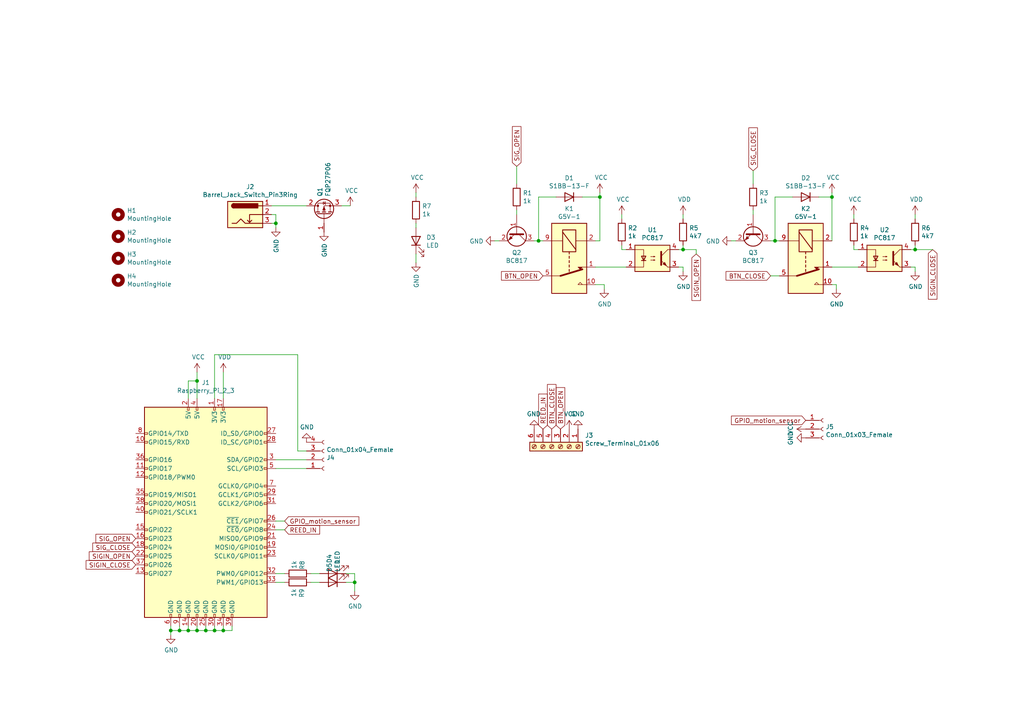
<source format=kicad_sch>
(kicad_sch (version 20230121) (generator eeschema)
  (paper "A4")
  (lib_symbols
    (symbol "Connector:Barrel_Jack_Switch_Pin3Ring" (pin_names hide)
      (property "Reference" "J" (at 0 5.334 0))
      (property "Value" "Barrel_Jack_Switch_Pin3Ring" (at 0 -5.08 0))
      (symbol "Barrel_Jack_Switch_Pin3Ring_0_1"
        (rectangle (start -5.08 3.81) (end 5.08 -3.81) (stroke (width 0.254)) (fill (type background)))
        (arc (start -3.302 3.175) (mid -3.9343 2.54) (end -3.302 1.905) (stroke (width 0.254)))
        (arc (start -3.302 3.175) (mid -3.9343 2.54) (end -3.302 1.905) (stroke (width 0.254)) (fill (type outline)))
        (polyline (pts (xy 1.27 -2.286) (xy 1.905 -1.651)) (stroke (width 0.254)))
        (polyline (pts (xy 5.08 2.54) (xy 3.81 2.54)) (stroke (width 0.254)))
        (polyline (pts (xy 5.08 0) (xy 1.27 0) (xy 1.27 -2.286) (xy 0.635 -1.651)) (stroke (width 0.254)))
        (polyline (pts (xy -3.81 -2.54) (xy -2.54 -2.54) (xy -1.27 -1.27) (xy 0 -2.54) (xy 2.54 -2.54) (xy 5.08 -2.54)) (stroke (width 0.254)))
        (rectangle (start 3.683 3.175) (end -3.302 1.905) (stroke (width 0.254)) (fill (type outline)))
      )
      (symbol "Barrel_Jack_Switch_Pin3Ring_1_1"
        (pin passive line (at 7.62 2.54 180) (length 2.54) (name "~") (number "1"))
        (pin passive line (at 7.62 0 180) (length 2.54) (name "~") (number "2"))
        (pin passive line (at 7.62 -2.54 180) (length 2.54) (name "~") (number "3"))
      )
    )
    (symbol "Connector:Conn_01x03_Female" (pin_names (offset 1.016) hide)
      (property "Reference" "J" (at 0 5.08 0))
      (property "Value" "Conn_01x03_Female" (at 0 -5.08 0))
      (symbol "Conn_01x03_Female_1_1"
        (arc (start 0 -2.032) (mid -0.5058 -2.54) (end 0 -3.048) (stroke (width 0.1524)))
        (polyline (pts (xy -1.27 -2.54) (xy -0.508 -2.54)) (stroke (width 0.1524)))
        (polyline (pts (xy -1.27 0) (xy -0.508 0)) (stroke (width 0.1524)))
        (polyline (pts (xy -1.27 2.54) (xy -0.508 2.54)) (stroke (width 0.1524)))
        (arc (start 0 0.508) (mid -0.5058 0) (end 0 -0.508) (stroke (width 0.1524)))
        (arc (start 0 3.048) (mid -0.5058 2.54) (end 0 2.032) (stroke (width 0.1524)))
        (pin passive line (at -5.08 2.54 0) (length 3.81) (name "Pin_1") (number "1"))
        (pin passive line (at -5.08 0 0) (length 3.81) (name "Pin_2") (number "2"))
        (pin passive line (at -5.08 -2.54 0) (length 3.81) (name "Pin_3") (number "3"))
      )
    )
    (symbol "Connector:Conn_01x04_Female" (pin_names (offset 1.016) hide)
      (property "Reference" "J" (at 0 5.08 0))
      (property "Value" "Conn_01x04_Female" (at 0 -7.62 0))
      (symbol "Conn_01x04_Female_1_1"
        (arc (start 0 -4.572) (mid -0.5058 -5.08) (end 0 -5.588) (stroke (width 0.1524)))
        (arc (start 0 -2.032) (mid -0.5058 -2.54) (end 0 -3.048) (stroke (width 0.1524)))
        (polyline (pts (xy -1.27 -5.08) (xy -0.508 -5.08)) (stroke (width 0.1524)))
        (polyline (pts (xy -1.27 -2.54) (xy -0.508 -2.54)) (stroke (width 0.1524)))
        (polyline (pts (xy -1.27 0) (xy -0.508 0)) (stroke (width 0.1524)))
        (polyline (pts (xy -1.27 2.54) (xy -0.508 2.54)) (stroke (width 0.1524)))
        (arc (start 0 0.508) (mid -0.5058 0) (end 0 -0.508) (stroke (width 0.1524)))
        (arc (start 0 3.048) (mid -0.5058 2.54) (end 0 2.032) (stroke (width 0.1524)))
        (pin passive line (at -5.08 2.54 0) (length 3.81) (name "Pin_1") (number "1"))
        (pin passive line (at -5.08 0 0) (length 3.81) (name "Pin_2") (number "2"))
        (pin passive line (at -5.08 -2.54 0) (length 3.81) (name "Pin_3") (number "3"))
        (pin passive line (at -5.08 -5.08 0) (length 3.81) (name "Pin_4") (number "4"))
      )
    )
    (symbol "Connector:Raspberry_Pi_2_3" (pin_names (offset 1.016))
      (property "Reference" "J" (at -17.78 31.75 0))
      (property "Value" "Raspberry_Pi_2_3" (at 10.16 -31.75 0))
      (symbol "Raspberry_Pi_2_3_0_1"
        (rectangle (start -17.78 30.48) (end 17.78 -30.48) (stroke (width 0.254)) (fill (type background)))
      )
      (symbol "Raspberry_Pi_2_3_1_1"
        (rectangle (start -16.891 -17.526) (end -17.78 -18.034))
        (rectangle (start -16.891 -14.986) (end -17.78 -15.494))
        (rectangle (start -16.891 -12.446) (end -17.78 -12.954))
        (rectangle (start -16.891 -9.906) (end -17.78 -10.414))
        (rectangle (start -16.891 -7.366) (end -17.78 -7.874))
        (rectangle (start -16.891 -4.826) (end -17.78 -5.334))
        (rectangle (start -16.891 0.254) (end -17.78 -0.254))
        (rectangle (start -16.891 2.794) (end -17.78 2.286))
        (rectangle (start -16.891 5.334) (end -17.78 4.826))
        (rectangle (start -16.891 10.414) (end -17.78 9.906))
        (rectangle (start -16.891 12.954) (end -17.78 12.446))
        (rectangle (start -16.891 15.494) (end -17.78 14.986))
        (rectangle (start -16.891 20.574) (end -17.78 20.066))
        (rectangle (start -16.891 23.114) (end -17.78 22.606))
        (rectangle (start -10.414 -29.591) (end -9.906 -30.48))
        (rectangle (start -7.874 -29.591) (end -7.366 -30.48))
        (rectangle (start -5.334 -29.591) (end -4.826 -30.48))
        (rectangle (start -5.334 30.48) (end -4.826 29.591))
        (rectangle (start -2.794 -29.591) (end -2.286 -30.48))
        (rectangle (start -2.794 30.48) (end -2.286 29.591))
        (rectangle (start -0.254 -29.591) (end 0.254 -30.48))
        (rectangle (start 2.286 -29.591) (end 2.794 -30.48))
        (rectangle (start 2.286 30.48) (end 2.794 29.591))
        (rectangle (start 4.826 -29.591) (end 5.334 -30.48))
        (rectangle (start 4.826 30.48) (end 5.334 29.591))
        (rectangle (start 7.366 -29.591) (end 7.874 -30.48))
        (rectangle (start 17.78 -20.066) (end 16.891 -20.574))
        (rectangle (start 17.78 -17.526) (end 16.891 -18.034))
        (rectangle (start 17.78 -12.446) (end 16.891 -12.954))
        (rectangle (start 17.78 -9.906) (end 16.891 -10.414))
        (rectangle (start 17.78 -7.366) (end 16.891 -7.874))
        (rectangle (start 17.78 -4.826) (end 16.891 -5.334))
        (rectangle (start 17.78 -2.286) (end 16.891 -2.794))
        (rectangle (start 17.78 2.794) (end 16.891 2.286))
        (rectangle (start 17.78 5.334) (end 16.891 4.826))
        (rectangle (start 17.78 7.874) (end 16.891 7.366))
        (rectangle (start 17.78 12.954) (end 16.891 12.446))
        (rectangle (start 17.78 15.494) (end 16.891 14.986))
        (rectangle (start 17.78 20.574) (end 16.891 20.066))
        (rectangle (start 17.78 23.114) (end 16.891 22.606))
        (pin power_in line (at 2.54 33.02 270) (length 2.54) (name "3V3") (number "1"))
        (pin bidirectional line (at -20.32 20.32 0) (length 2.54) (name "GPIO15/RXD") (number "10"))
        (pin bidirectional line (at -20.32 12.7 0) (length 2.54) (name "GPIO17") (number "11"))
        (pin bidirectional line (at -20.32 10.16 0) (length 2.54) (name "GPIO18/PWM0") (number "12"))
        (pin bidirectional line (at -20.32 -17.78 0) (length 2.54) (name "GPIO27") (number "13"))
        (pin power_in line (at -5.08 -33.02 90) (length 2.54) (name "GND") (number "14"))
        (pin bidirectional line (at -20.32 -5.08 0) (length 2.54) (name "GPIO22") (number "15"))
        (pin bidirectional line (at -20.32 -7.62 0) (length 2.54) (name "GPIO23") (number "16"))
        (pin power_in line (at 5.08 33.02 270) (length 2.54) (name "3V3") (number "17"))
        (pin bidirectional line (at -20.32 -10.16 0) (length 2.54) (name "GPIO24") (number "18"))
        (pin bidirectional line (at 20.32 -10.16 180) (length 2.54) (name "MOSI0/GPIO10") (number "19"))
        (pin power_in line (at -5.08 33.02 270) (length 2.54) (name "5V") (number "2"))
        (pin power_in line (at -2.54 -33.02 90) (length 2.54) (name "GND") (number "20"))
        (pin bidirectional line (at 20.32 -7.62 180) (length 2.54) (name "MISO0/GPIO9") (number "21"))
        (pin bidirectional line (at -20.32 -12.7 0) (length 2.54) (name "GPIO25") (number "22"))
        (pin bidirectional line (at 20.32 -12.7 180) (length 2.54) (name "SCLK0/GPIO11") (number "23"))
        (pin bidirectional line (at 20.32 -5.08 180) (length 2.54) (name "~{CE0}/GPIO8") (number "24"))
        (pin power_in line (at 0 -33.02 90) (length 2.54) (name "GND") (number "25"))
        (pin bidirectional line (at 20.32 -2.54 180) (length 2.54) (name "~{CE1}/GPIO7") (number "26"))
        (pin bidirectional line (at 20.32 22.86 180) (length 2.54) (name "ID_SD/GPIO0") (number "27"))
        (pin bidirectional line (at 20.32 20.32 180) (length 2.54) (name "ID_SC/GPIO1") (number "28"))
        (pin bidirectional line (at 20.32 5.08 180) (length 2.54) (name "GCLK1/GPIO5") (number "29"))
        (pin bidirectional line (at 20.32 15.24 180) (length 2.54) (name "SDA/GPIO2") (number "3"))
        (pin power_in line (at 2.54 -33.02 90) (length 2.54) (name "GND") (number "30"))
        (pin bidirectional line (at 20.32 2.54 180) (length 2.54) (name "GCLK2/GPIO6") (number "31"))
        (pin bidirectional line (at 20.32 -17.78 180) (length 2.54) (name "PWM0/GPIO12") (number "32"))
        (pin bidirectional line (at 20.32 -20.32 180) (length 2.54) (name "PWM1/GPIO13") (number "33"))
        (pin power_in line (at 5.08 -33.02 90) (length 2.54) (name "GND") (number "34"))
        (pin bidirectional line (at -20.32 5.08 0) (length 2.54) (name "GPIO19/MISO1") (number "35"))
        (pin bidirectional line (at -20.32 15.24 0) (length 2.54) (name "GPIO16") (number "36"))
        (pin bidirectional line (at -20.32 -15.24 0) (length 2.54) (name "GPIO26") (number "37"))
        (pin bidirectional line (at -20.32 2.54 0) (length 2.54) (name "GPIO20/MOSI1") (number "38"))
        (pin power_in line (at 7.62 -33.02 90) (length 2.54) (name "GND") (number "39"))
        (pin power_in line (at -2.54 33.02 270) (length 2.54) (name "5V") (number "4"))
        (pin bidirectional line (at -20.32 0 0) (length 2.54) (name "GPIO21/SCLK1") (number "40"))
        (pin bidirectional line (at 20.32 12.7 180) (length 2.54) (name "SCL/GPIO3") (number "5"))
        (pin power_in line (at -10.16 -33.02 90) (length 2.54) (name "GND") (number "6"))
        (pin bidirectional line (at 20.32 7.62 180) (length 2.54) (name "GCLK0/GPIO4") (number "7"))
        (pin bidirectional line (at -20.32 22.86 0) (length 2.54) (name "GPIO14/TXD") (number "8"))
        (pin power_in line (at -7.62 -33.02 90) (length 2.54) (name "GND") (number "9"))
      )
    )
    (symbol "Connector:Screw_Terminal_01x06" (pin_names (offset 1.016) hide)
      (property "Reference" "J" (at 0 7.62 0))
      (property "Value" "Screw_Terminal_01x06" (at 0 -10.16 0))
      (symbol "Screw_Terminal_01x06_1_1"
        (rectangle (start -1.27 6.35) (end 1.27 -8.89) (stroke (width 0.254)) (fill (type background)))
        (circle (center 0 -7.62) (radius 0.635) (stroke (width 0.1524)))
        (circle (center 0 -5.08) (radius 0.635) (stroke (width 0.1524)))
        (circle (center 0 -2.54) (radius 0.635) (stroke (width 0.1524)))
        (polyline (pts (xy -0.5334 -7.2898) (xy 0.3302 -8.128)) (stroke (width 0.1524)))
        (polyline (pts (xy -0.5334 -4.7498) (xy 0.3302 -5.588)) (stroke (width 0.1524)))
        (polyline (pts (xy -0.5334 -2.2098) (xy 0.3302 -3.048)) (stroke (width 0.1524)))
        (polyline (pts (xy -0.5334 0.3302) (xy 0.3302 -0.508)) (stroke (width 0.1524)))
        (polyline (pts (xy -0.5334 2.8702) (xy 0.3302 2.032)) (stroke (width 0.1524)))
        (polyline (pts (xy -0.5334 5.4102) (xy 0.3302 4.572)) (stroke (width 0.1524)))
        (polyline (pts (xy -0.3556 -7.112) (xy 0.508 -7.9502)) (stroke (width 0.1524)))
        (polyline (pts (xy -0.3556 -4.572) (xy 0.508 -5.4102)) (stroke (width 0.1524)))
        (polyline (pts (xy -0.3556 -2.032) (xy 0.508 -2.8702)) (stroke (width 0.1524)))
        (polyline (pts (xy -0.3556 0.508) (xy 0.508 -0.3302)) (stroke (width 0.1524)))
        (polyline (pts (xy -0.3556 3.048) (xy 0.508 2.2098)) (stroke (width 0.1524)))
        (polyline (pts (xy -0.3556 5.588) (xy 0.508 4.7498)) (stroke (width 0.1524)))
        (circle (center 0 0) (radius 0.635) (stroke (width 0.1524)))
        (circle (center 0 2.54) (radius 0.635) (stroke (width 0.1524)))
        (circle (center 0 5.08) (radius 0.635) (stroke (width 0.1524)))
        (pin passive line (at -5.08 5.08 0) (length 3.81) (name "Pin_1") (number "1"))
        (pin passive line (at -5.08 2.54 0) (length 3.81) (name "Pin_2") (number "2"))
        (pin passive line (at -5.08 0 0) (length 3.81) (name "Pin_3") (number "3"))
        (pin passive line (at -5.08 -2.54 0) (length 3.81) (name "Pin_4") (number "4"))
        (pin passive line (at -5.08 -5.08 0) (length 3.81) (name "Pin_5") (number "5"))
        (pin passive line (at -5.08 -7.62 0) (length 3.81) (name "Pin_6") (number "6"))
      )
    )
    (symbol "Device:D" (pin_numbers hide) (pin_names (offset 1.016) hide)
      (property "Reference" "D" (at 0 2.54 0))
      (property "Value" "D" (at 0 -2.54 0))
      (symbol "D_0_1"
        (polyline (pts (xy -1.27 1.27) (xy -1.27 -1.27)) (stroke (width 0.254)))
        (polyline (pts (xy 1.27 0) (xy -1.27 0)))
        (polyline (pts (xy 1.27 1.27) (xy 1.27 -1.27) (xy -1.27 0) (xy 1.27 1.27)) (stroke (width 0.254)))
      )
      (symbol "D_1_1"
        (pin passive line (at -3.81 0 0) (length 2.54) (name "K") (number "1"))
        (pin passive line (at 3.81 0 180) (length 2.54) (name "A") (number "2"))
      )
    )
    (symbol "Device:LED" (pin_numbers hide) (pin_names (offset 1.016) hide)
      (property "Reference" "D" (at 0 2.54 0))
      (property "Value" "LED" (at 0 -2.54 0))
      (symbol "LED_0_1"
        (polyline (pts (xy -1.27 -1.27) (xy -1.27 1.27)) (stroke (width 0.254)))
        (polyline (pts (xy -1.27 0) (xy 1.27 0)))
        (polyline (pts (xy 1.27 -1.27) (xy 1.27 1.27) (xy -1.27 0) (xy 1.27 -1.27)) (stroke (width 0.254)))
        (polyline (pts (xy -3.048 -0.762) (xy -4.572 -2.286) (xy -3.81 -2.286) (xy -4.572 -2.286) (xy -4.572 -1.524)))
        (polyline (pts (xy -1.778 -0.762) (xy -3.302 -2.286) (xy -2.54 -2.286) (xy -3.302 -2.286) (xy -3.302 -1.524)))
      )
      (symbol "LED_1_1"
        (pin passive line (at -3.81 0 0) (length 2.54) (name "K") (number "1"))
        (pin passive line (at 3.81 0 180) (length 2.54) (name "A") (number "2"))
      )
    )
    (symbol "Device:R" (pin_numbers hide) (pin_names (offset 0))
      (property "Reference" "R" (at 2.032 0 90))
      (property "Value" "R" (at 0 0 90))
      (symbol "R_0_1"
        (rectangle (start -1.016 -2.54) (end 1.016 2.54) (stroke (width 0.254)))
      )
      (symbol "R_1_1"
        (pin passive line (at 0 3.81 270) (length 1.27) (name "~") (number "1"))
        (pin passive line (at 0 -3.81 90) (length 1.27) (name "~") (number "2"))
      )
    )
    (symbol "Isolator:PC817" (pin_names (offset 1.016))
      (property "Reference" "U" (at -5.08 5.08 0))
      (property "Value" "PC817" (at 0 5.08 0))
      (symbol "PC817_0_1"
        (rectangle (start -5.08 3.81) (end 5.08 -3.81) (stroke (width 0.254)) (fill (type background)))
        (polyline (pts (xy -3.175 -0.635) (xy -1.905 -0.635)) (stroke (width 0.254)))
        (polyline (pts (xy 2.54 0.635) (xy 4.445 2.54)))
        (polyline (pts (xy 4.445 -2.54) (xy 2.54 -0.635)) (fill (type outline)))
        (polyline (pts (xy 4.445 -2.54) (xy 5.08 -2.54)))
        (polyline (pts (xy 4.445 2.54) (xy 5.08 2.54)))
        (polyline (pts (xy -5.08 2.54) (xy -2.54 2.54) (xy -2.54 -0.635)))
        (polyline (pts (xy -2.54 -0.635) (xy -2.54 -2.54) (xy -5.08 -2.54)))
        (polyline (pts (xy 2.54 1.905) (xy 2.54 -1.905) (xy 2.54 -1.905)) (stroke (width 0.508)))
        (polyline (pts (xy -2.54 -0.635) (xy -3.175 0.635) (xy -1.905 0.635) (xy -2.54 -0.635)) (stroke (width 0.254)))
        (polyline (pts (xy -0.508 -0.508) (xy 0.762 -0.508) (xy 0.381 -0.635) (xy 0.381 -0.381) (xy 0.762 -0.508)))
        (polyline (pts (xy -0.508 0.508) (xy 0.762 0.508) (xy 0.381 0.381) (xy 0.381 0.635) (xy 0.762 0.508)))
        (polyline (pts (xy 3.048 -1.651) (xy 3.556 -1.143) (xy 4.064 -2.159) (xy 3.048 -1.651) (xy 3.048 -1.651)) (fill (type outline)))
      )
      (symbol "PC817_1_1"
        (pin passive line (at -7.62 2.54 0) (length 2.54) (name "~") (number "1"))
        (pin passive line (at -7.62 -2.54 0) (length 2.54) (name "~") (number "2"))
        (pin passive line (at 7.62 -2.54 180) (length 2.54) (name "~") (number "3"))
        (pin passive line (at 7.62 2.54 180) (length 2.54) (name "~") (number "4"))
      )
    )
    (symbol "Mechanical:MountingHole" (pin_names (offset 1.016))
      (property "Reference" "H" (at 0 5.08 0))
      (property "Value" "MountingHole" (at 0 3.175 0))
      (symbol "MountingHole_0_1"
        (circle (center 0 0) (radius 1.27) (stroke (width 1.27)))
      )
    )
    (symbol "Relay:G5V-1"
      (property "Reference" "K" (at 11.43 3.81 0))
      (property "Value" "G5V-1" (at 11.43 1.27 0))
      (symbol "G5V-1_0_0"
        (polyline (pts (xy 7.62 5.08) (xy 7.62 2.54) (xy 6.985 3.175) (xy 7.62 3.81)))
      )
      (symbol "G5V-1_0_1"
        (rectangle (start -10.16 5.08) (end 10.16 -5.08) (stroke (width 0.254)) (fill (type background)))
        (rectangle (start -8.255 1.905) (end -1.905 -1.905) (stroke (width 0.254)))
        (polyline (pts (xy -7.62 -1.905) (xy -2.54 1.905)) (stroke (width 0.254)))
        (polyline (pts (xy -5.08 -5.08) (xy -5.08 -1.905)))
        (polyline (pts (xy -5.08 5.08) (xy -5.08 1.905)))
        (polyline (pts (xy -1.905 0) (xy -1.27 0)) (stroke (width 0.254)))
        (polyline (pts (xy -0.635 0) (xy 0 0)) (stroke (width 0.254)))
        (polyline (pts (xy 0.635 0) (xy 1.27 0)) (stroke (width 0.254)))
        (polyline (pts (xy 1.905 0) (xy 2.54 0)) (stroke (width 0.254)))
        (polyline (pts (xy 3.175 0) (xy 3.81 0)) (stroke (width 0.254)))
        (polyline (pts (xy 5.08 -2.54) (xy 3.175 3.81)) (stroke (width 0.508)))
        (polyline (pts (xy 5.08 -2.54) (xy 5.08 -5.08)))
        (polyline (pts (xy 2.54 5.08) (xy 2.54 2.54) (xy 3.175 3.175) (xy 2.54 3.81)) (fill (type outline)))
      )
      (symbol "G5V-1_1_1"
        (pin passive line (at 2.54 7.62 270) (length 2.54) (name "~") (number "1"))
        (pin passive line (at 7.62 7.62 270) (length 2.54) (name "~") (number "10"))
        (pin passive line (at -5.08 7.62 270) (length 2.54) (name "~") (number "2"))
        (pin passive line (at 5.08 -7.62 90) (length 2.54) (name "~") (number "5"))
        (pin passive line (at 5.08 -7.62 90) (length 2.54) hide (name "~") (number "6"))
        (pin passive line (at -5.08 -7.62 90) (length 2.54) (name "~") (number "9"))
      )
    )
    (symbol "Transistor_BJT:BC817" (pin_names (offset 0) hide)
      (property "Reference" "Q" (at 5.08 1.905 0))
      (property "Value" "BC817" (at 5.08 0 0))
      (symbol "BC817_0_1"
        (polyline (pts (xy 0.635 0.635) (xy 2.54 2.54)))
        (polyline (pts (xy 0.635 -0.635) (xy 2.54 -2.54) (xy 2.54 -2.54)))
        (polyline (pts (xy 0.635 1.905) (xy 0.635 -1.905) (xy 0.635 -1.905)) (stroke (width 0.508)))
        (polyline (pts (xy 1.27 -1.778) (xy 1.778 -1.27) (xy 2.286 -2.286) (xy 1.27 -1.778) (xy 1.27 -1.778)) (fill (type outline)))
        (circle (center 1.27 0) (radius 2.8194) (stroke (width 0.254)))
      )
      (symbol "BC817_1_1"
        (pin input line (at -5.08 0 0) (length 5.715) (name "B") (number "1"))
        (pin passive line (at 2.54 -5.08 90) (length 2.54) (name "E") (number "2"))
        (pin passive line (at 2.54 5.08 270) (length 2.54) (name "C") (number "3"))
      )
    )
    (symbol "Transistor_FET:FQP27P06" (pin_names hide)
      (property "Reference" "Q" (at 5.08 1.905 0))
      (property "Value" "FQP27P06" (at 5.08 0 0))
      (symbol "FQP27P06_0_1"
        (polyline (pts (xy 0.254 0) (xy -2.54 0)))
        (polyline (pts (xy 0.254 1.905) (xy 0.254 -1.905)) (stroke (width 0.254)))
        (polyline (pts (xy 0.762 -1.27) (xy 0.762 -2.286)) (stroke (width 0.254)))
        (polyline (pts (xy 0.762 0.508) (xy 0.762 -0.508)) (stroke (width 0.254)))
        (polyline (pts (xy 0.762 2.286) (xy 0.762 1.27)) (stroke (width 0.254)))
        (polyline (pts (xy 2.54 2.54) (xy 2.54 1.778)))
        (polyline (pts (xy 2.54 -2.54) (xy 2.54 0) (xy 0.762 0)))
        (polyline (pts (xy 0.762 1.778) (xy 3.302 1.778) (xy 3.302 -1.778) (xy 0.762 -1.778)))
        (polyline (pts (xy 2.286 0) (xy 1.27 0.381) (xy 1.27 -0.381) (xy 2.286 0)) (fill (type outline)))
        (polyline (pts (xy 2.794 -0.508) (xy 2.921 -0.381) (xy 3.683 -0.381) (xy 3.81 -0.254)))
        (polyline (pts (xy 3.302 -0.381) (xy 2.921 0.254) (xy 3.683 0.254) (xy 3.302 -0.381)))
        (circle (center 1.651 0) (radius 2.794) (stroke (width 0.254)))
        (circle (center 2.54 -1.778) (radius 0.254) (fill (type outline)))
        (circle (center 2.54 1.778) (radius 0.254) (fill (type outline)))
      )
      (symbol "FQP27P06_1_1"
        (pin input line (at -5.08 0 0) (length 2.54) (name "G") (number "1"))
        (pin passive line (at 2.54 5.08 270) (length 2.54) (name "D") (number "2"))
        (pin passive line (at 2.54 -5.08 90) (length 2.54) (name "S") (number "3"))
      )
    )
    (symbol "power:GND" (power) (pin_names (offset 0))
      (property "Value" "GND" (at 0 -3.81 0))
      (symbol "GND_0_1"
        (polyline (pts (xy 0 0) (xy 0 -1.27) (xy 1.27 -1.27) (xy 0 -2.54) (xy -1.27 -1.27) (xy 0 -1.27)))
      )
      (symbol "GND_1_1"
        (pin power_in line (at 0 0 270) (length 0) hide (name "GND") (number "1"))
      )
    )
    (symbol "power:VCC" (power) (pin_names (offset 0))
      (property "Value" "VCC" (at 0 3.81 0))
      (symbol "VCC_0_1"
        (polyline (pts (xy -0.762 1.27) (xy 0 2.54)))
        (polyline (pts (xy 0 0) (xy 0 2.54)))
        (polyline (pts (xy 0 2.54) (xy 0.762 1.27)))
      )
      (symbol "VCC_1_1"
        (pin power_in line (at 0 0 90) (length 0) hide (name "VCC") (number "1"))
      )
    )
    (symbol "power:VDD" (power) (pin_names (offset 0))
      (property "Value" "VDD" (at 0 3.81 0))
      (symbol "VDD_0_1"
        (polyline (pts (xy -0.762 1.27) (xy 0 2.54)))
        (polyline (pts (xy 0 0) (xy 0 2.54)))
        (polyline (pts (xy 0 2.54) (xy 0.762 1.27)))
      )
      (symbol "VDD_1_1"
        (pin power_in line (at 0 0 90) (length 0) hide (name "VDD") (number "1"))
      )
    )
  )
  (junction (at 54.61 182.88))
  (junction (at 156.21 69.85))
  (junction (at 62.23 182.88))
  (junction (at 224.79 69.85))
  (junction (at 265.43 72.39))
  (junction (at 64.77 182.88))
  (junction (at 59.69 182.88))
  (junction (at 80.01 64.77))
  (junction (at 241.3 57.15))
  (junction (at 52.07 182.88))
  (junction (at 49.53 182.88))
  (junction (at 198.12 72.39))
  (junction (at 102.87 168.91))
  (junction (at 57.15 182.88))
  (junction (at 173.99 57.15))
  (junction (at 57.15 110.49))
  (wire (pts (xy 78.74 64.77) (xy 80.01 64.77)))
  (wire (pts (xy 144.78 69.85) (xy 143.51 69.85)))
  (wire (pts (xy 80.01 168.91) (xy 82.55 168.91)))
  (wire (pts (xy 49.53 182.88) (xy 49.53 181.61)))
  (wire (pts (xy 201.93 72.39) (xy 201.93 73.66)))
  (wire (pts (xy 247.65 72.39) (xy 247.65 71.12)))
  (wire (pts (xy 64.77 181.61) (xy 64.77 182.88)))
  (wire (pts (xy 223.52 80.01) (xy 226.06 80.01)))
  (wire (pts (xy 180.34 62.23) (xy 180.34 63.5)))
  (wire (pts (xy 241.3 55.88) (xy 241.3 57.15)))
  (wire (pts (xy 264.16 72.39) (xy 265.43 72.39)))
  (wire (pts (xy 223.52 69.85) (xy 224.79 69.85)))
  (wire (pts (xy 99.06 59.69) (xy 101.6 59.69)))
  (wire (pts (xy 161.29 57.15) (xy 156.21 57.15)))
  (wire (pts (xy 198.12 62.23) (xy 198.12 63.5)))
  (wire (pts (xy 86.36 130.81) (xy 88.9 130.81)))
  (wire (pts (xy 218.44 49.53) (xy 218.44 53.34)))
  (wire (pts (xy 180.34 72.39) (xy 181.61 72.39)))
  (wire (pts (xy 52.07 182.88) (xy 54.61 182.88)))
  (wire (pts (xy 67.31 182.88) (xy 67.31 181.61)))
  (wire (pts (xy 154.94 69.85) (xy 156.21 69.85)))
  (wire (pts (xy 180.34 71.12) (xy 180.34 72.39)))
  (wire (pts (xy 265.43 72.39) (xy 270.51 72.39)))
  (wire (pts (xy 62.23 182.88) (xy 64.77 182.88)))
  (wire (pts (xy 102.87 166.37) (xy 102.87 168.91)))
  (wire (pts (xy 62.23 102.87) (xy 62.23 115.57)))
  (wire (pts (xy 196.85 77.47) (xy 198.12 77.47)))
  (wire (pts (xy 168.91 57.15) (xy 173.99 57.15)))
  (wire (pts (xy 64.77 107.95) (xy 64.77 115.57)))
  (wire (pts (xy 247.65 62.23) (xy 247.65 63.5)))
  (wire (pts (xy 241.3 82.55) (xy 242.57 82.55)))
  (wire (pts (xy 224.79 69.85) (xy 226.06 69.85)))
  (wire (pts (xy 80.01 62.23) (xy 80.01 64.77)))
  (wire (pts (xy 59.69 181.61) (xy 59.69 182.88)))
  (wire (pts (xy 80.01 151.13) (xy 82.55 151.13)))
  (wire (pts (xy 86.36 102.87) (xy 86.36 130.81)))
  (wire (pts (xy 213.36 69.85) (xy 212.09 69.85)))
  (wire (pts (xy 264.16 77.47) (xy 265.43 77.47)))
  (wire (pts (xy 196.85 72.39) (xy 198.12 72.39)))
  (wire (pts (xy 54.61 115.57) (xy 54.61 110.49)))
  (wire (pts (xy 265.43 77.47) (xy 265.43 78.74)))
  (wire (pts (xy 198.12 72.39) (xy 201.93 72.39)))
  (wire (pts (xy 80.01 153.67) (xy 82.55 153.67)))
  (wire (pts (xy 52.07 181.61) (xy 52.07 182.88)))
  (wire (pts (xy 241.3 77.47) (xy 248.92 77.47)))
  (wire (pts (xy 265.43 62.23) (xy 265.43 63.5)))
  (wire (pts (xy 241.3 69.85) (xy 241.3 57.15)))
  (wire (pts (xy 149.86 60.96) (xy 149.86 62.23)))
  (wire (pts (xy 198.12 72.39) (xy 198.12 71.12)))
  (wire (pts (xy 248.92 72.39) (xy 247.65 72.39)))
  (wire (pts (xy 100.33 166.37) (xy 102.87 166.37)))
  (wire (pts (xy 62.23 181.61) (xy 62.23 182.88)))
  (wire (pts (xy 173.99 69.85) (xy 173.99 57.15)))
  (wire (pts (xy 156.21 69.85) (xy 157.48 69.85)))
  (wire (pts (xy 49.53 182.88) (xy 52.07 182.88)))
  (wire (pts (xy 102.87 168.91) (xy 102.87 171.45)))
  (wire (pts (xy 198.12 77.47) (xy 198.12 78.74)))
  (wire (pts (xy 80.01 64.77) (xy 80.01 66.04)))
  (wire (pts (xy 80.01 133.35) (xy 88.9 133.35)))
  (wire (pts (xy 156.21 57.15) (xy 156.21 69.85)))
  (wire (pts (xy 49.53 184.15) (xy 49.53 182.88)))
  (wire (pts (xy 57.15 181.61) (xy 57.15 182.88)))
  (wire (pts (xy 120.65 73.66) (xy 120.65 76.2)))
  (wire (pts (xy 57.15 182.88) (xy 59.69 182.88)))
  (wire (pts (xy 242.57 82.55) (xy 242.57 83.82)))
  (wire (pts (xy 173.99 57.15) (xy 173.99 55.88)))
  (wire (pts (xy 54.61 181.61) (xy 54.61 182.88)))
  (wire (pts (xy 224.79 57.15) (xy 224.79 69.85)))
  (wire (pts (xy 172.72 82.55) (xy 175.26 82.55)))
  (wire (pts (xy 80.01 135.89) (xy 88.9 135.89)))
  (wire (pts (xy 241.3 57.15) (xy 237.49 57.15)))
  (wire (pts (xy 90.17 166.37) (xy 92.71 166.37)))
  (wire (pts (xy 149.86 53.34) (xy 149.86 48.26)))
  (wire (pts (xy 120.65 57.15) (xy 120.65 55.88)))
  (wire (pts (xy 265.43 72.39) (xy 265.43 71.12)))
  (wire (pts (xy 57.15 115.57) (xy 57.15 110.49)))
  (wire (pts (xy 175.26 82.55) (xy 175.26 83.82)))
  (wire (pts (xy 78.74 59.69) (xy 88.9 59.69)))
  (wire (pts (xy 120.65 66.04) (xy 120.65 64.77)))
  (wire (pts (xy 218.44 62.23) (xy 218.44 60.96)))
  (wire (pts (xy 54.61 182.88) (xy 57.15 182.88)))
  (wire (pts (xy 90.17 168.91) (xy 92.71 168.91)))
  (wire (pts (xy 172.72 77.47) (xy 181.61 77.47)))
  (wire (pts (xy 100.33 168.91) (xy 102.87 168.91)))
  (wire (pts (xy 78.74 62.23) (xy 80.01 62.23)))
  (wire (pts (xy 172.72 69.85) (xy 173.99 69.85)))
  (wire (pts (xy 54.61 110.49) (xy 57.15 110.49)))
  (wire (pts (xy 80.01 166.37) (xy 82.55 166.37)))
  (wire (pts (xy 57.15 110.49) (xy 57.15 107.95)))
  (wire (pts (xy 64.77 182.88) (xy 67.31 182.88)))
  (wire (pts (xy 62.23 102.87) (xy 86.36 102.87)))
  (wire (pts (xy 59.69 182.88) (xy 62.23 182.88)))
  (wire (pts (xy 229.87 57.15) (xy 224.79 57.15)))
  (global_label "SIG_OPEN" (shape input) (at 39.37 156.21 180) (property "Intersheetrefs" "${INTERSHEET_REFS}" (effects hide)))
  (global_label "SIG_OPEN" (shape input) (at 149.86 48.26 90) (property "Intersheetrefs" "${INTERSHEET_REFS}" (effects hide)))
  (global_label "SIGIN_CLOSE" (shape input) (at 39.37 163.83 180) (property "Intersheetrefs" "${INTERSHEET_REFS}" (effects hide)))
  (global_label "BTN_OPEN" (shape input) (at 157.48 80.01 180) (property "Intersheetrefs" "${INTERSHEET_REFS}" (effects hide)))
  (global_label "SIG_CLOSE" (shape input) (at 39.37 158.75 180) (property "Intersheetrefs" "${INTERSHEET_REFS}" (effects hide)))
  (global_label "BTN_CLOSE" (shape input) (at 160.02 124.46 90) (property "Intersheetrefs" "${INTERSHEET_REFS}" (effects hide)))
  (global_label "GPIO_motion_sensor" (shape input) (at 82.55 151.13 0) (property "Intersheetrefs" "${INTERSHEET_REFS}" (effects hide)))
  (global_label "BTN_CLOSE" (shape input) (at 223.52 80.01 180) (property "Intersheetrefs" "${INTERSHEET_REFS}" (effects hide)))
  (global_label "SIGIN_OPEN" (shape input) (at 39.37 161.29 180) (property "Intersheetrefs" "${INTERSHEET_REFS}" (effects hide)))
  (global_label "REED_IN" (shape input) (at 157.48 124.46 90) (property "Intersheetrefs" "${INTERSHEET_REFS}" (effects hide)))
  (global_label "SIGIN_OPEN" (shape input) (at 201.93 73.66 270) (property "Intersheetrefs" "${INTERSHEET_REFS}" (effects hide)))
  (global_label "BTN_OPEN" (shape input) (at 162.56 124.46 90) (property "Intersheetrefs" "${INTERSHEET_REFS}" (effects hide)))
  (global_label "GPIO_motion_sensor" (shape input) (at 233.68 121.92 180) (property "Intersheetrefs" "${INTERSHEET_REFS}" (effects hide)))
  (global_label "SIG_CLOSE" (shape input) (at 218.44 49.53 90) (property "Intersheetrefs" "${INTERSHEET_REFS}" (effects hide)))
  (global_label "SIGIN_CLOSE" (shape input) (at 270.51 72.39 270) (property "Intersheetrefs" "${INTERSHEET_REFS}" (effects hide)))
  (global_label "REED_IN" (shape input) (at 82.55 153.67 0) (property "Intersheetrefs" "${INTERSHEET_REFS}" (effects hide)))
  (symbol (lib_id "Device:LED") (at 96.52 166.37 180) (unit 1)
    (property "Reference" "D4" (at 95.5294 163.3728 90) (effects (justify right)))
    (property "Value" "LED" (at 97.8408 163.3728 90) (effects (justify right)))
    (property "Footprint" "LED_SMD:LED_1206_3216Metric_Pad1.42x1.75mm_HandSolder" (effects hide))
  )
  (symbol (lib_id "Device:LED") (at 96.52 168.91 180) (unit 1)
    (property "Reference" "D5" (at 95.5294 165.9128 90) (effects (justify right)))
    (property "Value" "LED" (at 97.8408 165.9128 90) (effects (justify right)))
    (property "Footprint" "LED_SMD:LED_1206_3216Metric_Pad1.42x1.75mm_HandSolder" (effects hide))
  )
  (symbol (lib_id "Device:LED") (at 120.65 69.85 90) (unit 1)
    (property "Reference" "D3" (at 123.6472 68.8594 90) (effects (justify right)))
    (property "Value" "LED" (at 123.6472 71.1708 90) (effects (justify right)))
    (property "Footprint" "LED_SMD:LED_1206_3216Metric_Pad1.42x1.75mm_HandSolder" (effects hide))
  )
  (symbol (lib_id "power:VCC") (at 120.65 55.88 0) (unit 1)
    (property "Reference" "#PWR0118" (effects hide))
    (property "Value" "VCC" (at 121.031 51.4858 0))
  )
  (symbol (lib_id "Device:R") (at 120.65 60.96 0) (unit 1)
    (property "Reference" "R7" (at 122.428 59.7916 0) (effects (justify left)))
    (property "Value" "1k" (at 122.428 62.103 0) (effects (justify left)))
    (property "Footprint" "Resistor_SMD:R_1206_3216Metric_Pad1.30x1.75mm_HandSolder" (effects hide))
  )
  (symbol (lib_id "power:GND") (at 120.65 76.2 0) (unit 1)
    (property "Reference" "#PWR0119" (effects hide))
    (property "Value" "GND" (at 120.777 79.4512 90) (effects (justify right)))
  )
  (symbol (lib_id "Connector:Conn_01x03_Female") (at 238.76 124.46 0) (unit 1)
    (property "Reference" "J5" (at 239.4712 123.7996 0) (effects (justify left)))
    (property "Value" "Conn_01x03_Female" (at 239.4712 126.111 0) (effects (justify left)))
    (property "Footprint" "Connector_PinSocket_2.54mm:PinSocket_1x03_P2.54mm_Vertical" (effects hide))
  )
  (symbol (lib_id "power:GND") (at 233.68 127 270) (unit 1)
    (property "Reference" "#PWR0120" (effects hide))
    (property "Value" "GND" (at 229.2858 127.127 0))
  )
  (symbol (lib_id "power:VCC") (at 233.68 124.46 90) (unit 1)
    (property "Reference" "#PWR0124" (effects hide))
    (property "Value" "VCC" (at 229.2858 124.079 0))
  )
  (symbol (lib_id "Device:R") (at 86.36 166.37 270) (unit 1)
    (property "Reference" "R8" (at 87.63 162.56 0) (effects (justify left)))
    (property "Value" "1k" (at 85.3186 162.56 0) (effects (justify left)))
    (property "Footprint" "Resistor_SMD:R_1206_3216Metric_Pad1.30x1.75mm_HandSolder" (effects hide))
  )
  (symbol (lib_id "Device:R") (at 86.36 168.91 270) (unit 1)
    (property "Reference" "R9" (at 87.5284 170.688 0) (effects (justify left)))
    (property "Value" "1k" (at 85.217 170.688 0) (effects (justify left)))
    (property "Footprint" "Resistor_SMD:R_1206_3216Metric_Pad1.30x1.75mm_HandSolder" (effects hide))
  )
  (symbol (lib_id "power:GND") (at 80.01 66.04 0) (unit 1)
    (property "Reference" "#PWR0125" (effects hide))
    (property "Value" "GND" (at 80.137 69.2912 90) (effects (justify right)))
  )
  (symbol (lib_id "power:GND") (at 102.87 171.45 0) (unit 1)
    (property "Reference" "#PWR0122" (effects hide))
    (property "Value" "GND" (at 102.997 175.8442 0))
  )
  (symbol (lib_id "Connector:Conn_01x04_Female") (at 93.98 133.35 0) (mirror x) (unit 1)
    (property "Reference" "J4" (at 94.6912 132.7404 0) (effects (justify left)))
    (property "Value" "Conn_01x04_Female" (at 94.6912 130.429 0) (effects (justify left)))
    (property "Footprint" "Connector_JST:JST_SH_SM04B-SRSS-TB_1x04-1MP_P1.00mm_Horizontal" (effects hide))
  )
  (symbol (lib_id "power:GND") (at 88.9 128.27 0) (mirror x) (unit 1)
    (property "Reference" "#PWR0121" (effects hide))
    (property "Value" "GND" (at 89.027 123.8758 0))
  )
  (symbol (lib_id "Connector:Screw_Terminal_01x06") (at 162.56 129.54 270) (unit 1)
    (property "Reference" "J3" (at 169.672 126.2888 90) (effects (justify left)))
    (property "Value" "Screw_Terminal_01x06" (at 169.672 128.6002 90) (effects (justify left)))
    (property "Footprint" "TerminalBlock:TerminalBlock_bornier-6_P5.08mm" (effects hide))
  )
  (symbol (lib_id "power:GND") (at 154.94 124.46 180) (unit 1)
    (property "Reference" "#PWR0123" (effects hide))
    (property "Value" "GND" (at 154.813 120.0658 0))
  )
  (symbol (lib_id "power:GND") (at 93.98 67.31 0) (unit 1)
    (property "Reference" "#PWR0126" (effects hide))
    (property "Value" "GND" (at 94.107 70.5612 90) (effects (justify right)))
  )
  (symbol (lib_id "power:VCC") (at 101.6 59.69 0) (unit 1)
    (property "Reference" "#PWR0127" (effects hide))
    (property "Value" "VCC" (at 101.981 55.2958 0))
  )
  (symbol (lib_id "Connector:Raspberry_Pi_2_3") (at 59.69 148.59 0) (unit 1)
    (property "Reference" "J1" (at 59.69 110.9726 0))
    (property "Value" "Raspberry_Pi_2_3" (at 59.69 113.284 0))
    (property "Footprint" "Connector_PinSocket_2.54mm:PinSocket_2x20_P2.54mm_Vertical" (effects hide))
    (property "Datasheet" "https://www.raspberrypi.org/documentation/hardware/raspberrypi/schematics/rpi_SCH_3bplus_1p0_reduced.pdf" (effects hide))
  )
  (symbol (lib_id "Mechanical:MountingHole") (at 34.29 62.23 0) (unit 1)
    (property "Reference" "H1" (at 36.83 61.0616 0) (effects (justify left)))
    (property "Value" "MountingHole" (at 36.83 63.373 0) (effects (justify left)))
    (property "Footprint" "MountingHole:MountingHole_2.7mm_M2.5_DIN965" (effects hide))
  )
  (symbol (lib_id "Mechanical:MountingHole") (at 34.29 68.58 0) (unit 1)
    (property "Reference" "H2" (at 36.83 67.4116 0) (effects (justify left)))
    (property "Value" "MountingHole" (at 36.83 69.723 0) (effects (justify left)))
    (property "Footprint" "MountingHole:MountingHole_2.7mm_M2.5_DIN965" (effects hide))
  )
  (symbol (lib_id "Mechanical:MountingHole") (at 34.29 74.93 0) (unit 1)
    (property "Reference" "H3" (at 36.83 73.7616 0) (effects (justify left)))
    (property "Value" "MountingHole" (at 36.83 76.073 0) (effects (justify left)))
    (property "Footprint" "MountingHole:MountingHole_2.7mm_M2.5_DIN965" (effects hide))
  )
  (symbol (lib_id "Mechanical:MountingHole") (at 34.29 81.28 0) (unit 1)
    (property "Reference" "H4" (at 36.83 80.1116 0) (effects (justify left)))
    (property "Value" "MountingHole" (at 36.83 82.423 0) (effects (justify left)))
    (property "Footprint" "MountingHole:MountingHole_2.7mm_M2.5_DIN965" (effects hide))
  )
  (symbol (lib_id "power:GND") (at 49.53 184.15 0) (unit 1)
    (property "Reference" "#PWR0101" (effects hide))
    (property "Value" "GND" (at 49.657 188.5442 0))
  )
  (symbol (lib_id "Relay:G5V-1") (at 165.1 74.93 270) (unit 1)
    (property "Reference" "K1" (at 165.1 60.5282 90))
    (property "Value" "G5V-1" (at 165.1 62.8396 90))
    (property "Footprint" "Relay_THT:Relay_SPDT_Omron_G5V-1" (effects hide))
    (property "Datasheet" "http://omronfs.omron.com/en_US/ecb/products/pdf/en-g5v_1.pdf" (effects hide))
  )
  (symbol (lib_id "Relay:G5V-1") (at 233.68 74.93 270) (unit 1)
    (property "Reference" "K2" (at 233.68 60.5282 90))
    (property "Value" "G5V-1" (at 233.68 62.8396 90))
    (property "Footprint" "Relay_THT:Relay_SPDT_Omron_G5V-1" (effects hide))
    (property "Datasheet" "http://omronfs.omron.com/en_US/ecb/products/pdf/en-g5v_1.pdf" (effects hide))
  )
  (symbol (lib_id "Connector:Barrel_Jack_Switch_Pin3Ring") (at 71.12 62.23 0) (unit 1)
    (property "Reference" "J2" (at 72.5678 54.1782 0))
    (property "Value" "Barrel_Jack_Switch_Pin3Ring" (at 72.5678 56.4896 0))
    (property "Footprint" "Connector_BarrelJack:BarrelJack_Horizontal" (effects hide))
  )
  (symbol (lib_id "Transistor_FET:FQP27P06") (at 93.98 62.23 90) (unit 1)
    (property "Reference" "Q1" (at 92.8116 57.0484 0) (effects (justify left)))
    (property "Value" "FQP27P06" (at 95.123 57.0484 0) (effects (justify left)))
    (property "Footprint" "Package_TO_SOT_SMD:TO-263-2" (effects hide))
    (property "Datasheet" "https://www.onsemi.com/pub/Collateral/FQP27P06-D.PDF" (effects hide))
  )
  (symbol (lib_id "Isolator:PC817") (at 189.23 74.93 0) (unit 1)
    (property "Reference" "U1" (at 189.23 66.675 0))
    (property "Value" "PC817" (at 189.23 68.9864 0))
    (property "Footprint" "Package_DIP:DIP-4_W7.62mm" (effects hide))
    (property "Datasheet" "http://www.soselectronic.cz/a_info/resource/d/pc817.pdf" (effects hide))
  )
  (symbol (lib_id "Isolator:PC817") (at 256.54 74.93 0) (unit 1)
    (property "Reference" "U2" (at 256.54 66.675 0))
    (property "Value" "PC817" (at 256.54 68.9864 0))
    (property "Footprint" "Package_DIP:DIP-4_W7.62mm" (effects hide))
    (property "Datasheet" "http://www.soselectronic.cz/a_info/resource/d/pc817.pdf" (effects hide))
  )
  (symbol (lib_id "power:VDD") (at 64.77 107.95 0) (unit 1)
    (property "Reference" "#PWR0102" (effects hide))
    (property "Value" "VDD" (at 65.151 103.5558 0))
  )
  (symbol (lib_id "power:VCC") (at 57.15 107.95 0) (unit 1)
    (property "Reference" "#PWR0103" (effects hide))
    (property "Value" "VCC" (at 57.531 103.5558 0))
  )
  (symbol (lib_id "power:VCC") (at 180.34 62.23 0) (unit 1)
    (property "Reference" "#PWR0104" (effects hide))
    (property "Value" "VCC" (at 180.721 57.8358 0))
  )
  (symbol (lib_id "power:VCC") (at 247.65 62.23 0) (unit 1)
    (property "Reference" "#PWR0105" (effects hide))
    (property "Value" "VCC" (at 248.031 57.8358 0))
  )
  (symbol (lib_id "Device:R") (at 180.34 67.31 0) (unit 1)
    (property "Reference" "R2" (at 182.118 66.1416 0) (effects (justify left)))
    (property "Value" "1k" (at 182.118 68.453 0) (effects (justify left)))
    (property "Footprint" "Resistor_SMD:R_1206_3216Metric_Pad1.30x1.75mm_HandSolder" (effects hide))
  )
  (symbol (lib_id "Device:R") (at 247.65 67.31 0) (unit 1)
    (property "Reference" "R4" (at 249.428 66.1416 0) (effects (justify left)))
    (property "Value" "1k" (at 249.428 68.453 0) (effects (justify left)))
    (property "Footprint" "Resistor_SMD:R_1206_3216Metric_Pad1.30x1.75mm_HandSolder" (effects hide))
  )
  (symbol (lib_id "Transistor_BJT:BC817") (at 149.86 67.31 270) (unit 1)
    (property "Reference" "Q2" (at 149.86 73.279 90))
    (property "Value" "BC817" (at 149.86 75.5904 90))
    (property "Footprint" "Package_TO_SOT_SMD:SOT-23" (effects hide))
    (property "Datasheet" "https://www.onsemi.com/pub/Collateral/BC818-D.pdf" (effects hide))
  )
  (symbol (lib_id "Device:D") (at 165.1 57.15 180) (unit 1)
    (property "Reference" "D1" (at 165.1 51.6382 0))
    (property "Value" "S1BB-13-F" (at 165.1 53.9496 0))
    (property "Footprint" "Diode_SMD:D_SMB_Handsoldering" (effects hide))
  )
  (symbol (lib_id "Device:D") (at 233.68 57.15 180) (unit 1)
    (property "Reference" "D2" (at 233.68 51.6382 0))
    (property "Value" "S1BB-13-F" (at 233.68 53.9496 0))
    (property "Footprint" "Diode_SMD:D_SMB_Handsoldering" (effects hide))
  )
  (symbol (lib_id "Transistor_BJT:BC817") (at 218.44 67.31 270) (unit 1)
    (property "Reference" "Q3" (at 218.44 73.279 90))
    (property "Value" "BC817" (at 218.44 75.5904 90))
    (property "Footprint" "Package_TO_SOT_SMD:SOT-23" (effects hide))
    (property "Datasheet" "https://www.onsemi.com/pub/Collateral/BC818-D.pdf" (effects hide))
  )
  (symbol (lib_id "power:GND") (at 143.51 69.85 270) (unit 1)
    (property "Reference" "#PWR0106" (effects hide))
    (property "Value" "GND" (at 140.2588 69.977 90) (effects (justify right)))
  )
  (symbol (lib_id "power:GND") (at 212.09 69.85 270) (unit 1)
    (property "Reference" "#PWR0107" (effects hide))
    (property "Value" "GND" (at 208.8388 69.977 90) (effects (justify right)))
  )
  (symbol (lib_id "Device:R") (at 218.44 57.15 0) (unit 1)
    (property "Reference" "R3" (at 220.218 55.9816 0) (effects (justify left)))
    (property "Value" "1k" (at 220.218 58.293 0) (effects (justify left)))
    (property "Footprint" "Resistor_SMD:R_1206_3216Metric_Pad1.30x1.75mm_HandSolder" (effects hide))
  )
  (symbol (lib_id "Device:R") (at 149.86 57.15 0) (unit 1)
    (property "Reference" "R1" (at 151.638 55.9816 0) (effects (justify left)))
    (property "Value" "1k" (at 151.638 58.293 0) (effects (justify left)))
    (property "Footprint" "Resistor_SMD:R_1206_3216Metric_Pad1.30x1.75mm_HandSolder" (effects hide))
  )
  (symbol (lib_id "power:GND") (at 242.57 83.82 0) (unit 1)
    (property "Reference" "#PWR0108" (effects hide))
    (property "Value" "GND" (at 242.697 88.2142 0))
  )
  (symbol (lib_id "power:GND") (at 175.26 83.82 0) (unit 1)
    (property "Reference" "#PWR0109" (effects hide))
    (property "Value" "GND" (at 175.387 88.2142 0))
  )
  (symbol (lib_id "Device:R") (at 198.12 67.31 0) (unit 1)
    (property "Reference" "R5" (at 199.898 66.1416 0) (effects (justify left)))
    (property "Value" "4k7" (at 199.898 68.453 0) (effects (justify left)))
    (property "Footprint" "Resistor_SMD:R_1206_3216Metric_Pad1.30x1.75mm_HandSolder" (effects hide))
  )
  (symbol (lib_id "power:VDD") (at 198.12 62.23 0) (unit 1)
    (property "Reference" "#PWR0110" (effects hide))
    (property "Value" "VDD" (at 198.501 57.8358 0))
  )
  (symbol (lib_id "power:GND") (at 198.12 78.74 0) (unit 1)
    (property "Reference" "#PWR0111" (effects hide))
    (property "Value" "GND" (at 198.247 83.1342 0))
  )
  (symbol (lib_id "Device:R") (at 265.43 67.31 0) (unit 1)
    (property "Reference" "R6" (at 267.208 66.1416 0) (effects (justify left)))
    (property "Value" "4k7" (at 267.208 68.453 0) (effects (justify left)))
    (property "Footprint" "Resistor_SMD:R_1206_3216Metric_Pad1.30x1.75mm_HandSolder" (effects hide))
  )
  (symbol (lib_id "power:VDD") (at 265.43 62.23 0) (unit 1)
    (property "Reference" "#PWR0112" (effects hide))
    (property "Value" "VDD" (at 265.811 57.8358 0))
  )
  (symbol (lib_id "power:GND") (at 265.43 78.74 0) (unit 1)
    (property "Reference" "#PWR0113" (effects hide))
    (property "Value" "GND" (at 265.557 83.1342 0))
  )
  (symbol (lib_id "power:VCC") (at 241.3 55.88 0) (unit 1)
    (property "Reference" "#PWR0114" (effects hide))
    (property "Value" "VCC" (at 241.681 51.4858 0))
  )
  (symbol (lib_id "power:VCC") (at 173.99 55.88 0) (unit 1)
    (property "Reference" "#PWR0115" (effects hide))
    (property "Value" "VCC" (at 174.371 51.4858 0))
  )
  (symbol (lib_id "power:VCC") (at 165.1 124.46 0) (unit 1)
    (property "Reference" "#PWR0116" (effects hide))
    (property "Value" "VCC" (at 165.481 120.0658 0))
  )
  (symbol (lib_id "power:GND") (at 167.64 124.46 180) (unit 1)
    (property "Reference" "#PWR0117" (effects hide))
    (property "Value" "GND" (at 167.513 120.0658 0))
  )
)
</source>
